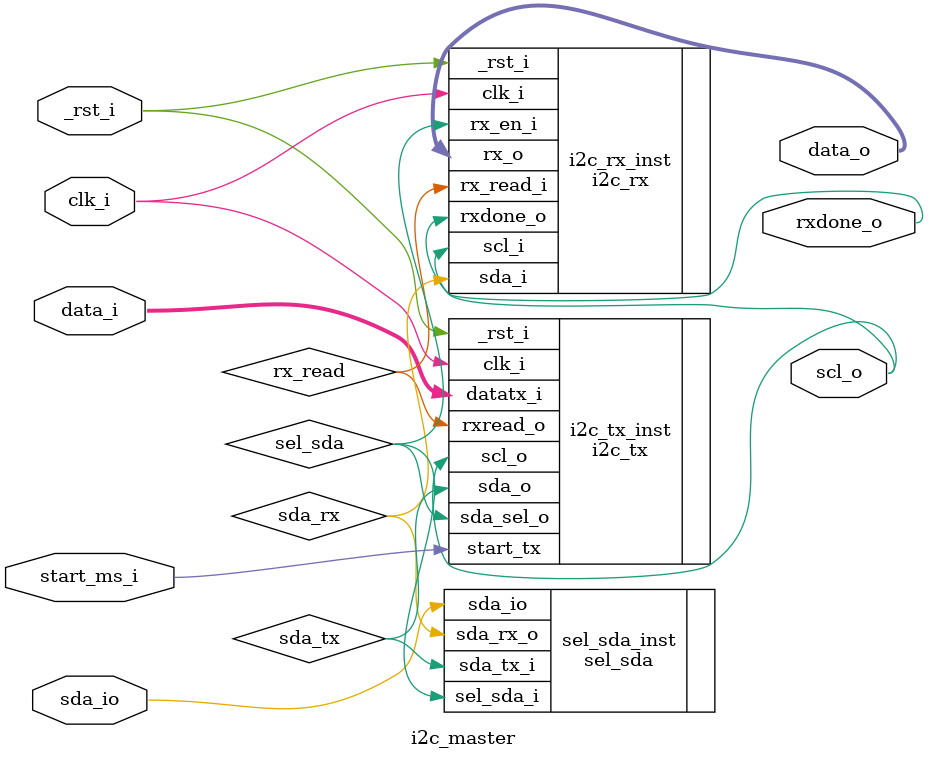
<source format=sv>
module i2c_master
  (
    input  logic clk_i, //global clock
    input  logic _rst_i, //global active low reset
    input  logic start_ms_i, // master start control from interface
    input  logic [23:0] data_i, //data from interface
    inout  wire sda_io, //global sda
    output logic scl_o, //global scl
    output logic [7:0] data_o, //data to interface
    output logic rxdone_o //rxready
  );
  logic txdone;
  logic sda_tx;
  logic sda_rx;
  logic sel_sda;
  logic rx_read;
  i2c_tx  i2c_tx_inst (
            .clk_i(clk_i),
            ._rst_i(_rst_i),
            .start_tx(start_ms_i),
            .datatx_i(data_i),
            .sda_sel_o(sel_sda),
            .sda_o(sda_tx),
            .scl_o(scl_o),
            .rxread_o(rx_read)
          );

  i2c_rx  i2c_rx_inst (
            .sda_i(sda_rx),
            .scl_i(scl_o),
            .clk_i(clk_i),
            ._rst_i(_rst_i),
            .rx_en_i(sel_sda),
            .rx_read_i(rx_read),
            .rxdone_o(rxdone_o),
            .rx_o(data_o)
          );

  sel_sda  sel_sda_inst (
             .sel_sda_i(sel_sda),
             .sda_tx_i(sda_tx),
             .sda_rx_o(sda_rx),
             .sda_io(sda_io)
           );

endmodule

</source>
